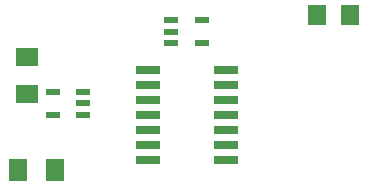
<source format=gtp>
G04 MADE WITH FRITZING*
G04 WWW.FRITZING.ORG*
G04 DOUBLE SIDED*
G04 HOLES PLATED*
G04 CONTOUR ON CENTER OF CONTOUR VECTOR*
%ASAXBY*%
%FSLAX23Y23*%
%MOIN*%
%OFA0B0*%
%SFA1.0B1.0*%
%ADD10R,0.047244X0.021654*%
%ADD11R,0.062992X0.070866*%
%ADD12R,0.062992X0.074803*%
%ADD13R,0.080000X0.026000*%
%ADD14R,0.074803X0.062992*%
%ADD15R,0.001000X0.001000*%
%LNPASTEMASK1*%
G90*
G70*
G54D10*
X717Y669D03*
X717Y631D03*
X717Y594D03*
X820Y594D03*
X820Y669D03*
G54D11*
X1206Y688D03*
X1316Y688D03*
G54D12*
X332Y169D03*
X209Y169D03*
G54D10*
X426Y355D03*
X426Y392D03*
X426Y430D03*
X324Y430D03*
X324Y355D03*
G54D13*
X640Y505D03*
X640Y455D03*
X640Y405D03*
X640Y355D03*
X640Y305D03*
X640Y255D03*
X640Y205D03*
X901Y205D03*
X901Y255D03*
X901Y305D03*
X901Y355D03*
X901Y405D03*
X901Y455D03*
X901Y505D03*
G54D14*
X237Y547D03*
X237Y424D03*
G54D15*
D02*
G04 End of PasteMask1*
M02*
</source>
